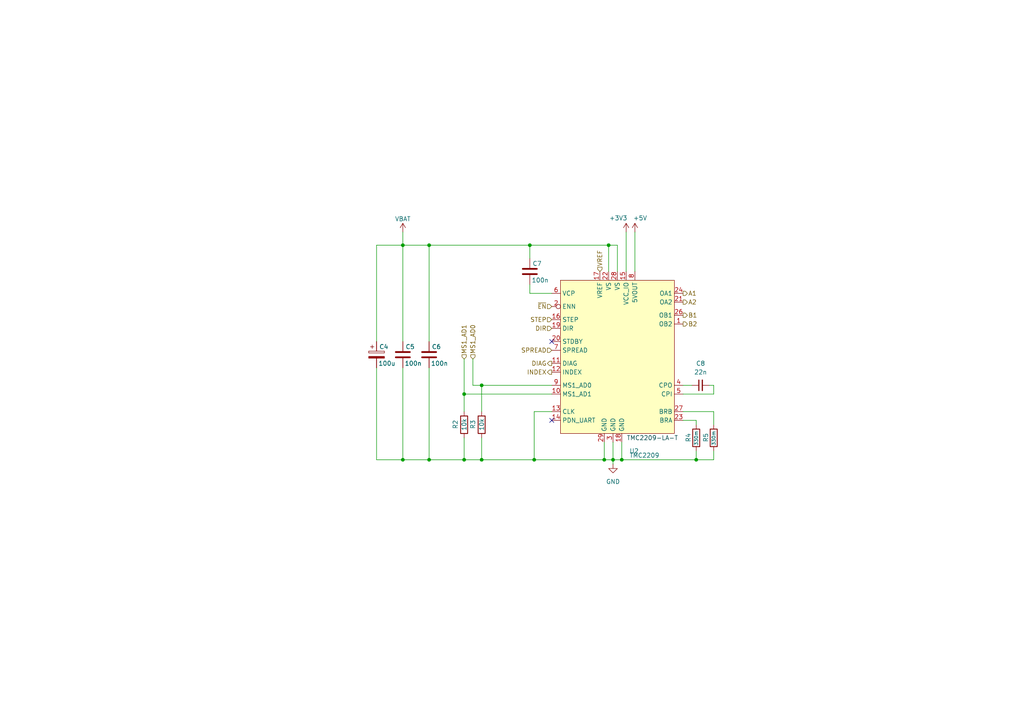
<source format=kicad_sch>
(kicad_sch (version 20231120) (generator "eeschema") (generator_version "8.0")
  (paper "A4")
  (lib_symbols
    (symbol "Device:C" (pin_numbers hide) (pin_names (offset 0.254))
      (property "Reference" "C" (at 0.635 2.54 0))
      (property "Value" "C" (at 0.635 -2.54 0))
      (symbol "C_0_1"
        (polyline (pts (xy -2.032 -0.762) (xy 2.032 -0.762)) (stroke (width 0.508)))
        (polyline (pts (xy -2.032 0.762) (xy 2.032 0.762)) (stroke (width 0.508)))
      )
      (symbol "C_1_1"
        (pin passive line (at 0 3.81 270) (length 2.794) (name "~") (number "1"))
        (pin passive line (at 0 -3.81 90) (length 2.794) (name "~") (number "2"))
      )
    )
    (symbol "Device:C_Polarized" (pin_numbers hide) (pin_names (offset 0.254))
      (property "Reference" "C" (at 0.635 2.54 0))
      (property "Value" "C_Polarized" (at 0.635 -2.54 0))
      (symbol "C_Polarized_0_1"
        (rectangle (start -2.286 0.508) (end 2.286 1.016))
        (polyline (pts (xy -1.778 2.286) (xy -0.762 2.286)))
        (polyline (pts (xy -1.27 2.794) (xy -1.27 1.778)))
        (rectangle (start 2.286 -0.508) (end -2.286 -1.016) (fill (type outline)))
      )
      (symbol "C_Polarized_1_1"
        (pin passive line (at 0 3.81 270) (length 2.794) (name "~") (number "1"))
        (pin passive line (at 0 -3.81 90) (length 2.794) (name "~") (number "2"))
      )
    )
    (symbol "Device:C_Small" (pin_numbers hide) (pin_names (offset 0.254) hide)
      (property "Reference" "C" (at 0.254 1.778 0))
      (property "Value" "C_Small" (at 0.254 -2.032 0))
      (symbol "C_Small_0_1"
        (polyline (pts (xy -1.524 -0.508) (xy 1.524 -0.508)) (stroke (width 0.3302)))
        (polyline (pts (xy -1.524 0.508) (xy 1.524 0.508)) (stroke (width 0.3048)))
      )
      (symbol "C_Small_1_1"
        (pin passive line (at 0 2.54 270) (length 2.032) (name "~") (number "1"))
        (pin passive line (at 0 -2.54 90) (length 2.032) (name "~") (number "2"))
      )
    )
    (symbol "Device:R" (pin_numbers hide) (pin_names (offset 0))
      (property "Reference" "R" (at 2.032 0 90))
      (property "Value" "R" (at 0 0 90))
      (symbol "R_0_1"
        (rectangle (start -1.016 -2.54) (end 1.016 2.54) (stroke (width 0.254)))
      )
      (symbol "R_1_1"
        (pin passive line (at 0 3.81 270) (length 1.27) (name "~") (number "1"))
        (pin passive line (at 0 -3.81 90) (length 1.27) (name "~") (number "2"))
      )
    )
    (symbol "TMC2209-LA-T:TMC2209-LA-T"
      (property "Reference" "U" (at -15.24 -22.86 0))
      (symbol "TMC2209-LA-T_1_1"
        (rectangle (start -16.51 22.86) (end 16.51 -21.59) (fill (type background)))
        (text "TMC2209-LA-T\n" (at 10.16 -22.86 0) (effects (font (size 1.27 1.27))))
        (pin output line (at 19.05 10.16 180) (length 2.54) (name "OB2") (number "1"))
        (pin input line (at -19.05 -10.16 0) (length 2.54) (name "MS1_AD1") (number "10"))
        (pin output line (at -19.05 -1.27 0) (length 2.54) (name "DIAG") (number "11"))
        (pin output line (at -19.05 -3.81 0) (length 2.54) (name "INDEX") (number "12"))
        (pin input line (at -19.05 -15.24 0) (length 2.54) (name "CLK") (number "13"))
        (pin bidirectional line (at -19.05 -17.78 0) (length 2.54) (name "PDN_UART") (number "14"))
        (pin power_in line (at 2.54 25.4 270) (length 2.54) (name "VCC_IO") (number "15"))
        (pin input line (at -19.05 11.43 0) (length 2.54) (name "STEP") (number "16"))
        (pin input line (at -5.08 25.4 270) (length 2.54) (name "VREF") (number "17"))
        (pin power_in line (at 1.27 -24.13 90) (length 2.54) (name "GND") (number "18"))
        (pin input line (at -19.05 8.89 0) (length 2.54) (name "DIR") (number "19"))
        (pin input inverted (at -19.05 15.24 0) (length 2.54) (name "ENN") (number "2"))
        (pin input line (at -19.05 5.08 0) (length 2.54) (name "STDBY") (number "20"))
        (pin output line (at 19.05 16.51 180) (length 2.54) (name "OA2") (number "21"))
        (pin power_in line (at -2.54 25.4 270) (length 2.54) (name "VS") (number "22"))
        (pin input line (at 19.05 -17.78 180) (length 2.54) (name "BRA") (number "23"))
        (pin output line (at 19.05 19.05 180) (length 2.54) (name "OA1") (number "24"))
        (pin output line (at 19.05 12.7 180) (length 2.54) (name "OB1") (number "26"))
        (pin input line (at 19.05 -15.24 180) (length 2.54) (name "BRB") (number "27"))
        (pin power_in line (at 0 25.4 270) (length 2.54) (name "VS") (number "28"))
        (pin power_in line (at -3.81 -24.13 90) (length 2.54) (name "GND") (number "29"))
        (pin power_in line (at -1.27 -24.13 90) (length 2.54) (name "GND") (number "3"))
        (pin output line (at 19.05 -7.62 180) (length 2.54) (name "CPO") (number "4"))
        (pin input line (at 19.05 -10.16 180) (length 2.54) (name "CPI") (number "5"))
        (pin power_in line (at -19.05 19.05 0) (length 2.54) (name "VCP") (number "6"))
        (pin input line (at -19.05 2.54 0) (length 2.54) (name "SPREAD") (number "7"))
        (pin power_out line (at 5.08 25.4 270) (length 2.54) (name "5VOUT") (number "8"))
        (pin input line (at -19.05 -7.62 0) (length 2.54) (name "MS1_AD0") (number "9"))
      )
    )
    (symbol "power:+3V3" (power) (pin_names (offset 0))
      (property "Value" "+3V3" (at 0 3.556 0))
      (symbol "+3V3_0_1"
        (polyline (pts (xy -0.762 1.27) (xy 0 2.54)))
        (polyline (pts (xy 0 0) (xy 0 2.54)))
        (polyline (pts (xy 0 2.54) (xy 0.762 1.27)))
      )
      (symbol "+3V3_1_1"
        (pin power_in line (at 0 0 90) (length 0) hide (name "+3V3") (number "1"))
      )
    )
    (symbol "power:+5V" (power) (pin_names (offset 0))
      (property "Value" "+5V" (at 0 3.556 0))
      (symbol "+5V_0_1"
        (polyline (pts (xy -0.762 1.27) (xy 0 2.54)))
        (polyline (pts (xy 0 0) (xy 0 2.54)))
        (polyline (pts (xy 0 2.54) (xy 0.762 1.27)))
      )
      (symbol "+5V_1_1"
        (pin power_in line (at 0 0 90) (length 0) hide (name "+5V") (number "1"))
      )
    )
    (symbol "power:GND" (power) (pin_names (offset 0))
      (property "Value" "GND" (at 0 -3.81 0))
      (symbol "GND_0_1"
        (polyline (pts (xy 0 0) (xy 0 -1.27) (xy 1.27 -1.27) (xy 0 -2.54) (xy -1.27 -1.27) (xy 0 -1.27)))
      )
      (symbol "GND_1_1"
        (pin power_in line (at 0 0 270) (length 0) hide (name "GND") (number "1"))
      )
    )
    (symbol "power:VCC" (power) (pin_names (offset 0))
      (property "Value" "VCC" (at 0 3.81 0))
      (symbol "VCC_0_1"
        (polyline (pts (xy -0.762 1.27) (xy 0 2.54)))
        (polyline (pts (xy 0 0) (xy 0 2.54)))
        (polyline (pts (xy 0 2.54) (xy 0.762 1.27)))
      )
      (symbol "VCC_1_1"
        (pin power_in line (at 0 0 90) (length 0) hide (name "VCC") (number "1"))
      )
    )
  )
  (junction (at 134.62 114.3))
  (junction (at 153.67 71.12))
  (junction (at 154.94 133.35))
  (junction (at 116.84 133.35))
  (junction (at 177.8 133.35))
  (junction (at 176.53 71.12))
  (junction (at 124.46 133.35))
  (junction (at 175.26 133.35))
  (junction (at 139.7 133.35))
  (junction (at 134.62 133.35))
  (junction (at 124.46 71.12))
  (junction (at 180.34 133.35))
  (junction (at 201.93 133.35))
  (junction (at 139.7 111.76))
  (junction (at 116.84 71.12))
  (no_connect (at 160.02 121.92))
  (no_connect (at 160.02 99.06))
  (wire (pts (xy 124.46 99.06) (xy 124.46 71.12)))
  (wire (pts (xy 198.12 111.76) (xy 200.66 111.76)))
  (wire (pts (xy 179.07 78.74) (xy 179.07 71.12)))
  (wire (pts (xy 154.94 119.38) (xy 154.94 133.35)))
  (wire (pts (xy 201.93 133.35) (xy 207.01 133.35)))
  (wire (pts (xy 201.93 121.92) (xy 198.12 121.92)))
  (wire (pts (xy 116.84 71.12) (xy 124.46 71.12)))
  (wire (pts (xy 198.12 114.3) (xy 207.01 114.3)))
  (wire (pts (xy 124.46 133.35) (xy 134.62 133.35)))
  (wire (pts (xy 177.8 133.35) (xy 177.8 134.62)))
  (wire (pts (xy 198.12 119.38) (xy 207.01 119.38)))
  (wire (pts (xy 109.22 106.68) (xy 109.22 133.35)))
  (wire (pts (xy 134.62 127) (xy 134.62 133.35)))
  (wire (pts (xy 176.53 71.12) (xy 179.07 71.12)))
  (wire (pts (xy 137.16 111.76) (xy 139.7 111.76)))
  (wire (pts (xy 207.01 133.35) (xy 207.01 130.81)))
  (wire (pts (xy 181.61 67.31) (xy 181.61 78.74)))
  (wire (pts (xy 109.22 133.35) (xy 116.84 133.35)))
  (wire (pts (xy 160.02 119.38) (xy 154.94 119.38)))
  (wire (pts (xy 154.94 133.35) (xy 175.26 133.35)))
  (wire (pts (xy 134.62 114.3) (xy 160.02 114.3)))
  (wire (pts (xy 109.22 71.12) (xy 109.22 99.06)))
  (wire (pts (xy 139.7 111.76) (xy 160.02 111.76)))
  (wire (pts (xy 139.7 111.76) (xy 139.7 119.38)))
  (wire (pts (xy 177.8 128.27) (xy 177.8 133.35)))
  (wire (pts (xy 201.93 123.19) (xy 201.93 121.92)))
  (wire (pts (xy 124.46 106.68) (xy 124.46 133.35)))
  (wire (pts (xy 137.16 104.14) (xy 137.16 111.76)))
  (wire (pts (xy 184.15 67.31) (xy 184.15 78.74)))
  (wire (pts (xy 116.84 133.35) (xy 124.46 133.35)))
  (wire (pts (xy 134.62 114.3) (xy 134.62 119.38)))
  (wire (pts (xy 153.67 85.09) (xy 160.02 85.09)))
  (wire (pts (xy 153.67 71.12) (xy 176.53 71.12)))
  (wire (pts (xy 116.84 67.31) (xy 116.84 71.12)))
  (wire (pts (xy 175.26 128.27) (xy 175.26 133.35)))
  (wire (pts (xy 134.62 104.14) (xy 134.62 114.3)))
  (wire (pts (xy 176.53 71.12) (xy 176.53 78.74)))
  (wire (pts (xy 124.46 71.12) (xy 153.67 71.12)))
  (wire (pts (xy 180.34 133.35) (xy 180.34 128.27)))
  (wire (pts (xy 116.84 133.35) (xy 116.84 106.68)))
  (wire (pts (xy 180.34 133.35) (xy 201.93 133.35)))
  (wire (pts (xy 139.7 133.35) (xy 154.94 133.35)))
  (wire (pts (xy 177.8 133.35) (xy 180.34 133.35)))
  (wire (pts (xy 207.01 114.3) (xy 207.01 111.76)))
  (wire (pts (xy 201.93 133.35) (xy 201.93 130.81)))
  (wire (pts (xy 205.74 111.76) (xy 207.01 111.76)))
  (wire (pts (xy 134.62 133.35) (xy 139.7 133.35)))
  (wire (pts (xy 139.7 127) (xy 139.7 133.35)))
  (wire (pts (xy 116.84 71.12) (xy 116.84 99.06)))
  (wire (pts (xy 207.01 119.38) (xy 207.01 123.19)))
  (wire (pts (xy 175.26 133.35) (xy 177.8 133.35)))
  (wire (pts (xy 153.67 82.55) (xy 153.67 85.09)))
  (wire (pts (xy 153.67 71.12) (xy 153.67 74.93)))
  (wire (pts (xy 116.84 71.12) (xy 109.22 71.12)))
  (hierarchical_label "VREF" (shape input) (at 173.99 78.74 90))
  (hierarchical_label "SPREAD" (shape input) (at 160.02 101.6 180))
  (hierarchical_label "DIAG" (shape output) (at 160.02 105.41 180))
  (hierarchical_label "A1" (shape output) (at 198.12 85.09 0))
  (hierarchical_label "INDEX" (shape output) (at 160.02 107.95 180))
  (hierarchical_label "~{EN}" (shape input) (at 160.02 88.9 180))
  (hierarchical_label "MS1_AD1" (shape input) (at 134.62 104.14 90))
  (hierarchical_label "B1" (shape output) (at 198.12 91.44 0))
  (hierarchical_label "STEP" (shape input) (at 160.02 92.71 180))
  (hierarchical_label "B2" (shape output) (at 198.12 93.98 0))
  (hierarchical_label "DIR" (shape input) (at 160.02 95.25 180))
  (hierarchical_label "A2" (shape output) (at 198.12 87.63 0))
  (hierarchical_label "MS1_AD0" (shape input) (at 137.16 104.14 90))
  (symbol (lib_id "power:+3V3") (at 181.61 67.31 0) (unit 1)
    (property "Reference" "#PWR06" (effects (hide yes)))
    (property "Value" "+3V3" (at 179.324 63.246 0))
    (property "Description" "Power symbol creates a global label with name \"+3V3\"" (effects (hide yes)))
    (instances (project "Electronics V2" (path "" (reference "#PWR06") (unit 1)) (path "" (reference "#PWR024") (unit 1))))
  )
  (symbol (lib_id "Device:R") (at 134.62 123.19 0) (unit 1)
    (property "Reference" "R2" (at 132.08 124.46 90) (effects (justify left)))
    (property "Value" "10k" (at 134.62 124.968 90) (effects (justify left)))
    (property "Footprint" "Resistor_SMD:R_0603_1608Metric" (effects (hide yes)))
    (property "Description" "Resistor" (effects (hide yes)))
    (instances (project "Electronics V2" (path "" (reference "R2") (unit 1)) (path "" (reference "R6") (unit 1))))
  )
  (symbol (lib_id "power:GND") (at 177.8 134.62 0) (unit 1)
    (property "Reference" "#PWR07" (effects (hide yes)))
    (property "Value" "GND" (at 177.8 139.7 0))
    (property "Description" "Power symbol creates a global label with name \"GND\" , ground" (effects (hide yes)))
    (instances (project "Electronics V2" (path "" (reference "#PWR07") (unit 1)) (path "" (reference "#PWR025") (unit 1))))
  )
  (symbol (lib_id "power:+5V") (at 184.15 67.31 0) (unit 1)
    (property "Reference" "#PWR08" (effects (hide yes)))
    (property "Value" "+5V" (at 185.674 63.246 0))
    (property "Description" "Power symbol creates a global label with name \"+5V\"" (effects (hide yes)))
    (instances (project "Electronics V2" (path "" (reference "#PWR08") (unit 1)) (path "" (reference "#PWR026") (unit 1))))
  )
  (symbol (lib_id "Device:C") (at 124.46 102.87 0) (unit 1)
    (property "Reference" "C6" (at 125.222 100.584 0) (effects (justify left)))
    (property "Value" "100n" (at 124.968 105.41 0) (effects (justify left)))
    (property "Footprint" "Capacitor_SMD:C_0603_1608Metric" (effects (hide yes)))
    (property "Description" "Unpolarized capacitor" (effects (hide yes)))
    (instances (project "Electronics V2" (path "" (reference "C6") (unit 1)) (path "" (reference "C23") (unit 1))))
  )
  (symbol (lib_id "Device:C") (at 116.84 102.87 0) (unit 1)
    (property "Reference" "C5" (at 117.602 100.584 0) (effects (justify left)))
    (property "Value" "100n" (at 117.348 105.41 0) (effects (justify left)))
    (property "Footprint" "Capacitor_SMD:C_0603_1608Metric" (effects (hide yes)))
    (property "Description" "Unpolarized capacitor" (effects (hide yes)))
    (instances (project "Electronics V2" (path "" (reference "C5") (unit 1)) (path "" (reference "C10") (unit 1))))
  )
  (symbol (lib_id "Device:R") (at 201.93 127 0) (unit 1)
    (property "Reference" "R4" (at 199.644 128.27 90) (effects (justify left)))
    (property "Value" "330m" (at 201.93 129.286 90) (effects (font (size 1 1)) (justify left)))
    (property "Footprint" "Resistor_SMD:R_0603_1608Metric" (effects (hide yes)))
    (property "Description" "Resistor" (effects (hide yes)))
    (instances (project "Electronics V2" (path "" (reference "R4") (unit 1)) (path "" (reference "R8") (unit 1))))
  )
  (symbol (lib_id "Device:C_Small") (at 203.2 111.76 90) (unit 1)
    (property "Reference" "C8" (at 203.2063 105.41 90))
    (property "Value" "22n" (at 203.2063 107.95 90))
    (property "Footprint" "Capacitor_SMD:C_0603_1608Metric" (effects (hide yes)))
    (property "Description" "Unpolarized capacitor, small symbol" (effects (hide yes)))
    (instances (project "Electronics V2" (path "" (reference "C8") (unit 1)) (path "" (reference "C25") (unit 1))))
  )
  (symbol (lib_id "Device:C") (at 153.67 78.74 0) (unit 1)
    (property "Reference" "C7" (at 154.432 76.454 0) (effects (justify left)))
    (property "Value" "100n" (at 154.178 81.28 0) (effects (justify left)))
    (property "Footprint" "Capacitor_SMD:C_0603_1608Metric" (effects (hide yes)))
    (property "Description" "Unpolarized capacitor" (effects (hide yes)))
    (instances (project "Electronics V2" (path "" (reference "C7") (unit 1)) (path "" (reference "C24") (unit 1))))
  )
  (symbol (lib_id "TMC2209-LA-T:TMC2209-LA-T") (at 179.07 104.14 0) (unit 1)
    (property "Reference" "U2" (at 182.5341 130.81 0) (effects (justify left)))
    (property "Value" "TMC2209" (at 182.5341 132.08 0) (effects (justify left)))
    (property "Footprint" "Package_DFN_QFN:QFN-28-1EP_5x5mm_P0.5mm_EP3.75x3.75mm" (effects (hide yes)))
    (property "Datasheet" "https://www.digikey.com/en/products/detail/analog-devices-inc-maxim-integrated/TMC2209-LA-T/10232491" (effects (hide yes)))
    (instances (project "Electronics V2" (path "" (reference "U2") (unit 1)) (path "" (reference "U9") (unit 1))))
  )
  (symbol (lib_id "Device:R") (at 207.01 127 0) (unit 1)
    (property "Reference" "R5" (at 204.724 128.27 90) (effects (justify left)))
    (property "Value" "330m" (at 207.01 129.286 90) (effects (font (size 1 1)) (justify left)))
    (property "Footprint" "Resistor_SMD:R_0603_1608Metric" (effects (hide yes)))
    (property "Description" "Resistor" (effects (hide yes)))
    (instances (project "Electronics V2" (path "" (reference "R5") (unit 1)) (path "" (reference "R20") (unit 1))))
  )
  (symbol (lib_id "Device:R") (at 139.7 123.19 0) (unit 1)
    (property "Reference" "R3" (at 137.16 124.46 90) (effects (justify left)))
    (property "Value" "10k" (at 139.7 124.968 90) (effects (justify left)))
    (property "Footprint" "Resistor_SMD:R_0603_1608Metric" (effects (hide yes)))
    (property "Description" "Resistor" (effects (hide yes)))
    (instances (project "Electronics V2" (path "" (reference "R3") (unit 1)) (path "" (reference "R7") (unit 1))))
  )
  (symbol (lib_id "power:VCC") (at 116.84 67.31 0) (unit 1)
    (property "Reference" "#PWR03" (effects (hide yes)))
    (property "Value" "VBAT" (at 116.84 63.5 0))
    (property "Description" "Power symbol creates a global label with name \"VBAT\"" (effects (hide yes)))
    (instances (project "Electronics V2" (path "" (reference "#PWR03") (unit 1)) (path "" (reference "#PWR023") (unit 1))))
  )
  (symbol (lib_id "Device:C_Polarized") (at 109.22 102.87 0) (unit 1)
    (property "Reference" "C4" (at 109.982 100.584 0) (effects (justify left)))
    (property "Value" "100u" (at 109.728 105.41 0) (effects (justify left)))
    (property "Footprint" "Capacitor_Tantalum_SMD:CP_EIA-7343-30_AVX-N" (effects (hide yes)))
    (property "Description" "Polarized capacitor" (effects (hide yes)))
    (instances (project "Electronics V2" (path "" (reference "C4") (unit 1)) (path "" (reference "C9") (unit 1))))
  )
)
</source>
